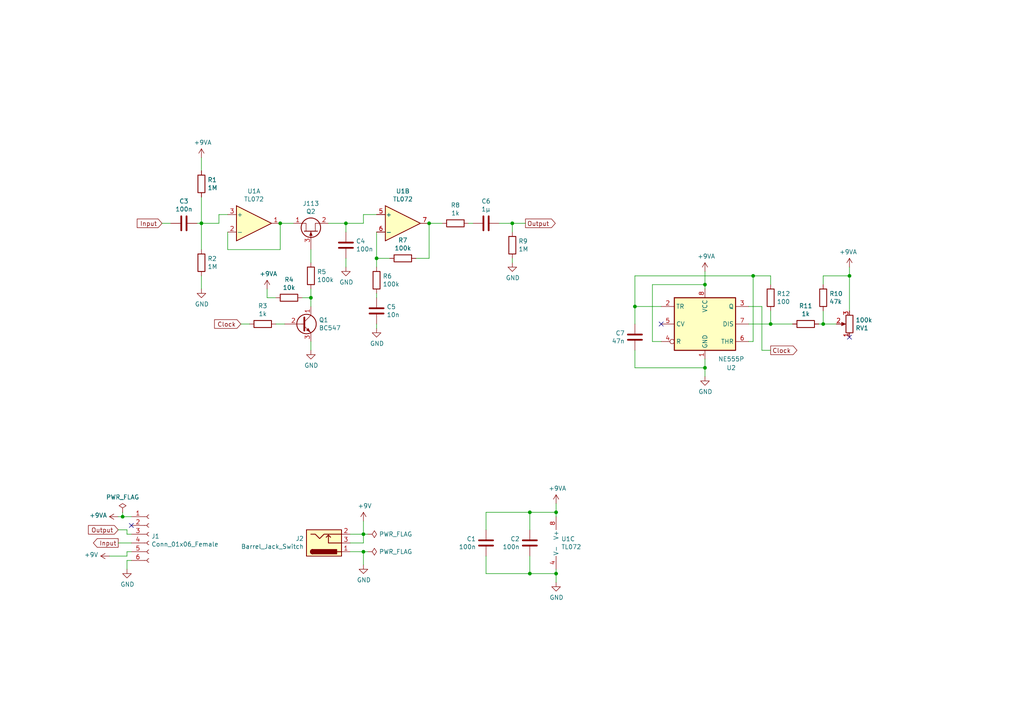
<source format=kicad_sch>
(kicad_sch (version 20211123) (generator eeschema)
  (paper "A4")
  (title_block (title "Aurora") (date "2020-10-04") (rev "r03") (company "Nuclear Lighthouse Studios") (comment 1 "CC BY-NC-SA"))
  (lib_symbols
    (symbol "Amplifier_Operational:TL072" (pin_names (offset 0.127))
      (property "Reference" "U" (at 0 5.08 0))
      (property "Value" "TL072" (at 0 -5.08 0))
      (symbol "TL072_1_1"
        (polyline (pts (xy -5.08 5.08) (xy 5.08 0) (xy -5.08 -5.08) (xy -5.08 5.08)) (stroke (width 0.254)) (fill (type background)))
        (pin output line (at 7.62 0 180) (length 2.54) (name "~") (number "1"))
        (pin input line (at -7.62 -2.54 0) (length 2.54) (name "-") (number "2"))
        (pin input line (at -7.62 2.54 0) (length 2.54) (name "+") (number "3"))
      )
      (symbol "TL072_2_1"
        (polyline (pts (xy -5.08 5.08) (xy 5.08 0) (xy -5.08 -5.08) (xy -5.08 5.08)) (stroke (width 0.254)) (fill (type background)))
        (pin input line (at -7.62 2.54 0) (length 2.54) (name "+") (number "5"))
        (pin input line (at -7.62 -2.54 0) (length 2.54) (name "-") (number "6"))
        (pin output line (at 7.62 0 180) (length 2.54) (name "~") (number "7"))
      )
      (symbol "TL072_3_1"
        (pin power_in line (at -2.54 -7.62 90) (length 3.81) (name "V-") (number "4"))
        (pin power_in line (at -2.54 7.62 270) (length 3.81) (name "V+") (number "8"))
      )
    )
    (symbol "Connector:Barrel_Jack_Switch" (pin_names hide)
      (property "Reference" "J" (at 0 5.334 0))
      (property "Value" "Barrel_Jack_Switch" (at 0 -5.08 0))
      (symbol "Barrel_Jack_Switch_0_1"
        (rectangle (start -5.08 3.81) (end 5.08 -3.81) (stroke (width 0.254)) (fill (type background)))
        (arc (start -3.302 3.175) (mid -3.937 2.54) (end -3.302 1.905) (stroke (width 0.254)))
        (arc (start -3.302 3.175) (mid -3.937 2.54) (end -3.302 1.905) (stroke (width 0.254)) (fill (type outline)))
        (polyline (pts (xy 1.27 -2.286) (xy 1.905 -1.651)) (stroke (width 0.254)))
        (polyline (pts (xy 5.08 2.54) (xy 3.81 2.54)) (stroke (width 0.254)))
        (polyline (pts (xy 5.08 0) (xy 1.27 0) (xy 1.27 -2.286) (xy 0.635 -1.651)) (stroke (width 0.254)))
        (polyline (pts (xy -3.81 -2.54) (xy -2.54 -2.54) (xy -1.27 -1.27) (xy 0 -2.54) (xy 2.54 -2.54) (xy 5.08 -2.54)) (stroke (width 0.254)))
        (rectangle (start 3.683 3.175) (end -3.302 1.905) (stroke (width 0.254)) (fill (type outline)))
      )
      (symbol "Barrel_Jack_Switch_1_1"
        (pin passive line (at 7.62 2.54 180) (length 2.54) (name "~") (number "1"))
        (pin passive line (at 7.62 -2.54 180) (length 2.54) (name "~") (number "2"))
        (pin passive line (at 7.62 0 180) (length 2.54) (name "~") (number "3"))
      )
    )
    (symbol "Connector:Conn_01x06_Female" (pin_names (offset 1.016) hide)
      (property "Reference" "J" (at 0 7.62 0))
      (property "Value" "Conn_01x06_Female" (at 0 -10.16 0))
      (symbol "Conn_01x06_Female_1_1"
        (arc (start 0 -7.112) (mid -0.508 -7.62) (end 0 -8.128) (stroke (width 0.1524)))
        (arc (start 0 -4.572) (mid -0.508 -5.08) (end 0 -5.588) (stroke (width 0.1524)))
        (arc (start 0 -2.032) (mid -0.508 -2.54) (end 0 -3.048) (stroke (width 0.1524)))
        (polyline (pts (xy -1.27 -7.62) (xy -0.508 -7.62)) (stroke (width 0.1524)))
        (polyline (pts (xy -1.27 -5.08) (xy -0.508 -5.08)) (stroke (width 0.1524)))
        (polyline (pts (xy -1.27 -2.54) (xy -0.508 -2.54)) (stroke (width 0.1524)))
        (polyline (pts (xy -1.27 0) (xy -0.508 0)) (stroke (width 0.1524)))
        (polyline (pts (xy -1.27 2.54) (xy -0.508 2.54)) (stroke (width 0.1524)))
        (polyline (pts (xy -1.27 5.08) (xy -0.508 5.08)) (stroke (width 0.1524)))
        (arc (start 0 0.508) (mid -0.508 0) (end 0 -0.508) (stroke (width 0.1524)))
        (arc (start 0 3.048) (mid -0.508 2.54) (end 0 2.032) (stroke (width 0.1524)))
        (arc (start 0 5.588) (mid -0.508 5.08) (end 0 4.572) (stroke (width 0.1524)))
        (pin passive line (at -5.08 5.08 0) (length 3.81) (name "Pin_1") (number "1"))
        (pin passive line (at -5.08 2.54 0) (length 3.81) (name "Pin_2") (number "2"))
        (pin passive line (at -5.08 0 0) (length 3.81) (name "Pin_3") (number "3"))
        (pin passive line (at -5.08 -2.54 0) (length 3.81) (name "Pin_4") (number "4"))
        (pin passive line (at -5.08 -5.08 0) (length 3.81) (name "Pin_5") (number "5"))
        (pin passive line (at -5.08 -7.62 0) (length 3.81) (name "Pin_6") (number "6"))
      )
    )
    (symbol "Device:C" (pin_numbers hide) (pin_names (offset 0.254))
      (property "Reference" "C" (at 0.635 2.54 0))
      (property "Value" "C" (at 0.635 -2.54 0))
      (symbol "C_0_1"
        (polyline (pts (xy -2.032 -0.762) (xy 2.032 -0.762)) (stroke (width 0.508)))
        (polyline (pts (xy -2.032 0.762) (xy 2.032 0.762)) (stroke (width 0.508)))
      )
      (symbol "C_1_1"
        (pin passive line (at 0 3.81 270) (length 2.794) (name "~") (number "1"))
        (pin passive line (at 0 -3.81 90) (length 2.794) (name "~") (number "2"))
      )
    )
    (symbol "Device:Q_NJFET_DSG" (pin_names (offset 0) hide)
      (property "Reference" "Q" (at 5.08 1.27 0))
      (property "Value" "Q_NJFET_DSG" (at 5.08 -1.27 0))
      (symbol "Q_NJFET_DSG_0_1"
        (polyline (pts (xy 0.254 1.905) (xy 0.254 -1.905) (xy 0.254 -1.905)) (stroke (width 0.254)))
        (polyline (pts (xy 2.54 -2.54) (xy 2.54 -1.27) (xy 0.254 -1.27)))
        (polyline (pts (xy 2.54 2.54) (xy 2.54 1.397) (xy 0.254 1.397)))
        (polyline (pts (xy 0 0) (xy -1.016 0.381) (xy -1.016 -0.381) (xy 0 0)) (fill (type outline)))
        (circle (center 1.27 0) (radius 2.8194) (stroke (width 0.254)))
      )
      (symbol "Q_NJFET_DSG_1_1"
        (pin passive line (at 2.54 5.08 270) (length 2.54) (name "D") (number "1"))
        (pin passive line (at 2.54 -5.08 90) (length 2.54) (name "S") (number "2"))
        (pin input line (at -5.08 0 0) (length 5.334) (name "G") (number "3"))
      )
    )
    (symbol "Device:R" (pin_numbers hide) (pin_names (offset 0))
      (property "Reference" "R" (at 2.032 0 90))
      (property "Value" "R" (at 0 0 90))
      (symbol "R_0_1"
        (rectangle (start -1.016 -2.54) (end 1.016 2.54) (stroke (width 0.254)))
      )
      (symbol "R_1_1"
        (pin passive line (at 0 3.81 270) (length 1.27) (name "~") (number "1"))
        (pin passive line (at 0 -3.81 90) (length 1.27) (name "~") (number "2"))
      )
    )
    (symbol "Device:R_Potentiometer" (pin_names (offset 1.016) hide)
      (property "Reference" "RV" (at -4.445 0 90))
      (property "Value" "R_Potentiometer" (at -2.54 0 90))
      (symbol "R_Potentiometer_0_1"
        (polyline (pts (xy 2.54 0) (xy 1.524 0)))
        (polyline (pts (xy 1.143 0) (xy 2.286 0.508) (xy 2.286 -0.508) (xy 1.143 0)) (fill (type outline)))
        (rectangle (start 1.016 2.54) (end -1.016 -2.54) (stroke (width 0.254)))
      )
      (symbol "R_Potentiometer_1_1"
        (pin passive line (at 0 3.81 270) (length 1.27) (name "1") (number "1"))
        (pin passive line (at 3.81 0 180) (length 1.27) (name "2") (number "2"))
        (pin passive line (at 0 -3.81 90) (length 1.27) (name "3") (number "3"))
      )
    )
    (symbol "Timer:NE555P"
      (property "Reference" "U" (at -10.16 8.89 0))
      (property "Value" "NE555P" (at 2.54 8.89 0))
      (symbol "NE555P_0_0"
        (pin power_in line (at 0 -10.16 90) (length 2.54) (name "GND") (number "1"))
        (pin power_in line (at 0 10.16 270) (length 2.54) (name "VCC") (number "8"))
      )
      (symbol "NE555P_0_1"
        (rectangle (start -8.89 -7.62) (end 8.89 7.62) (stroke (width 0.254)) (fill (type background)))
        (rectangle (start -8.89 -7.62) (end 8.89 7.62) (stroke (width 0.254)) (fill (type background)))
      )
      (symbol "NE555P_1_1"
        (pin input line (at -12.7 5.08 0) (length 3.81) (name "TR") (number "2"))
        (pin output line (at 12.7 5.08 180) (length 3.81) (name "Q") (number "3"))
        (pin input inverted (at -12.7 -5.08 0) (length 3.81) (name "R") (number "4"))
        (pin input line (at -12.7 0 0) (length 3.81) (name "CV") (number "5"))
        (pin input line (at 12.7 -5.08 180) (length 3.81) (name "THR") (number "6"))
        (pin input line (at 12.7 0 180) (length 3.81) (name "DIS") (number "7"))
      )
    )
    (symbol "Transistor_BJT:BC547" (pin_names (offset 0) hide)
      (property "Reference" "Q" (at 5.08 1.905 0))
      (property "Value" "BC547" (at 5.08 0 0))
      (symbol "BC547_0_1"
        (polyline (pts (xy 0 0) (xy 0.635 0)))
        (polyline (pts (xy 0.635 0.635) (xy 2.54 2.54)))
        (polyline (pts (xy 0.635 -0.635) (xy 2.54 -2.54) (xy 2.54 -2.54)))
        (polyline (pts (xy 0.635 1.905) (xy 0.635 -1.905) (xy 0.635 -1.905)) (stroke (width 0.508)))
        (polyline (pts (xy 1.27 -1.778) (xy 1.778 -1.27) (xy 2.286 -2.286) (xy 1.27 -1.778) (xy 1.27 -1.778)) (fill (type outline)))
        (circle (center 1.27 0) (radius 2.8194) (stroke (width 0.254)))
      )
      (symbol "BC547_1_1"
        (pin passive line (at 2.54 5.08 270) (length 2.54) (name "C") (number "1"))
        (pin input line (at -5.08 0 0) (length 5.08) (name "B") (number "2"))
        (pin passive line (at 2.54 -5.08 90) (length 2.54) (name "E") (number "3"))
      )
    )
    (symbol "power:+9V" (power) (pin_names (offset 0))
      (property "Value" "+9V" (at 0 3.556 0))
      (symbol "+9V_0_1"
        (polyline (pts (xy -0.762 1.27) (xy 0 2.54)))
        (polyline (pts (xy 0 0) (xy 0 2.54)))
        (polyline (pts (xy 0 2.54) (xy 0.762 1.27)))
      )
      (symbol "+9V_1_1"
        (pin power_in line (at 0 0 90) (length 0) hide (name "+9V") (number "1"))
      )
    )
    (symbol "power:+9VA" (power) (pin_names (offset 0))
      (property "Value" "+9VA" (at 0 3.81 0))
      (symbol "+9VA_0_1"
        (polyline (pts (xy -0.762 1.27) (xy 0 2.54)))
        (polyline (pts (xy 0 0) (xy 0 2.54)))
        (polyline (pts (xy 0 2.54) (xy 0.762 1.27)))
      )
      (symbol "+9VA_1_1"
        (pin power_in line (at 0 0 90) (length 0) hide (name "+9VA") (number "1"))
      )
    )
    (symbol "power:GND" (power) (pin_names (offset 0))
      (property "Value" "GND" (at 0 -3.81 0))
      (symbol "GND_0_1"
        (polyline (pts (xy 0 0) (xy 0 -1.27) (xy 1.27 -1.27) (xy 0 -2.54) (xy -1.27 -1.27) (xy 0 -1.27)))
      )
      (symbol "GND_1_1"
        (pin power_in line (at 0 0 270) (length 0) hide (name "GND") (number "1"))
      )
    )
    (symbol "power:PWR_FLAG" (power) (pin_numbers hide) (pin_names (offset 0) hide)
      (property "Value" "PWR_FLAG" (at 0 3.81 0))
      (symbol "PWR_FLAG_0_0"
        (pin power_out line (at 0 0 90) (length 0) (name "pwr") (number "1"))
      )
      (symbol "PWR_FLAG_0_1"
        (polyline (pts (xy 0 0) (xy 0 1.27) (xy -1.016 1.905) (xy 0 2.54) (xy 1.016 1.905) (xy 0 1.27)))
      )
    )
  )
  (junction (at 105.41 160.02))
  (junction (at 246.38 80.01))
  (junction (at 90.17 86.36))
  (junction (at 58.42 64.77))
  (junction (at 184.15 88.9))
  (junction (at 161.29 166.37))
  (junction (at 81.28 64.77))
  (junction (at 105.41 154.94))
  (junction (at 238.76 93.98))
  (junction (at 204.47 106.68))
  (junction (at 218.44 80.01))
  (junction (at 100.33 64.77))
  (junction (at 148.59 64.77))
  (junction (at 223.52 93.98))
  (junction (at 109.22 74.93))
  (junction (at 153.67 148.59))
  (junction (at 204.47 82.55))
  (junction (at 153.67 166.37))
  (junction (at 35.56 149.86))
  (junction (at 161.29 148.59))
  (junction (at 124.46 64.77))
  (no_connect (at 246.38 97.79))
  (no_connect (at 191.77 93.98))
  (no_connect (at 38.1 152.4))
  (wire (pts (xy 36.83 154.94) (xy 36.83 153.67)))
  (wire (pts (xy 34.29 149.86) (xy 35.56 149.86)))
  (wire (pts (xy 109.22 95.25) (xy 109.22 93.98)))
  (wire (pts (xy 217.17 93.98) (xy 223.52 93.98)))
  (wire (pts (xy 31.75 161.29) (xy 36.83 161.29)))
  (wire (pts (xy 184.15 106.68) (xy 204.47 106.68)))
  (wire (pts (xy 36.83 161.29) (xy 36.83 160.02)))
  (wire (pts (xy 63.5 62.23) (xy 66.04 62.23)))
  (wire (pts (xy 124.46 74.93) (xy 124.46 64.77)))
  (wire (pts (xy 135.89 64.77) (xy 137.16 64.77)))
  (wire (pts (xy 153.67 148.59) (xy 161.29 148.59)))
  (wire (pts (xy 58.42 64.77) (xy 63.5 64.77)))
  (wire (pts (xy 148.59 67.31) (xy 148.59 64.77)))
  (wire (pts (xy 184.15 93.98) (xy 184.15 88.9)))
  (wire (pts (xy 105.41 160.02) (xy 105.41 163.83)))
  (wire (pts (xy 90.17 86.36) (xy 90.17 88.9)))
  (wire (pts (xy 36.83 165.1) (xy 36.83 162.56)))
  (wire (pts (xy 80.01 93.98) (xy 82.55 93.98)))
  (wire (pts (xy 144.78 64.77) (xy 148.59 64.77)))
  (wire (pts (xy 191.77 99.06) (xy 189.23 99.06)))
  (wire (pts (xy 58.42 57.15) (xy 58.42 64.77)))
  (wire (pts (xy 140.97 153.67) (xy 140.97 148.59)))
  (wire (pts (xy 184.15 80.01) (xy 218.44 80.01)))
  (wire (pts (xy 36.83 160.02) (xy 38.1 160.02)))
  (wire (pts (xy 57.15 64.77) (xy 58.42 64.77)))
  (wire (pts (xy 109.22 85.09) (xy 109.22 86.36)))
  (wire (pts (xy 101.6 157.48) (xy 105.41 157.48)))
  (wire (pts (xy 140.97 148.59) (xy 153.67 148.59)))
  (wire (pts (xy 120.65 74.93) (xy 124.46 74.93)))
  (wire (pts (xy 105.41 160.02) (xy 106.68 160.02)))
  (wire (pts (xy 204.47 104.14) (xy 204.47 106.68)))
  (wire (pts (xy 35.56 149.86) (xy 38.1 149.86)))
  (wire (pts (xy 90.17 72.39) (xy 90.17 76.2)))
  (wire (pts (xy 95.25 64.77) (xy 100.33 64.77)))
  (wire (pts (xy 105.41 64.77) (xy 105.41 62.23)))
  (wire (pts (xy 35.56 149.86) (xy 35.56 148.59)))
  (wire (pts (xy 217.17 99.06) (xy 218.44 99.06)))
  (wire (pts (xy 140.97 166.37) (xy 153.67 166.37)))
  (wire (pts (xy 36.83 162.56) (xy 38.1 162.56)))
  (wire (pts (xy 36.83 153.67) (xy 34.29 153.67)))
  (wire (pts (xy 161.29 148.59) (xy 161.29 149.86)))
  (wire (pts (xy 80.01 86.36) (xy 77.47 86.36)))
  (wire (pts (xy 153.67 153.67) (xy 153.67 148.59)))
  (wire (pts (xy 184.15 80.01) (xy 184.15 88.9)))
  (wire (pts (xy 161.29 166.37) (xy 161.29 165.1)))
  (wire (pts (xy 81.28 72.39) (xy 81.28 64.77)))
  (wire (pts (xy 77.47 86.36) (xy 77.47 83.82)))
  (wire (pts (xy 153.67 161.29) (xy 153.67 166.37)))
  (wire (pts (xy 148.59 64.77) (xy 152.4 64.77)))
  (wire (pts (xy 105.41 154.94) (xy 106.68 154.94)))
  (wire (pts (xy 223.52 82.55) (xy 223.52 80.01)))
  (wire (pts (xy 218.44 80.01) (xy 223.52 80.01)))
  (wire (pts (xy 58.42 72.39) (xy 58.42 64.77)))
  (wire (pts (xy 105.41 157.48) (xy 105.41 154.94)))
  (wire (pts (xy 161.29 168.91) (xy 161.29 166.37)))
  (wire (pts (xy 100.33 77.47) (xy 100.33 74.93)))
  (wire (pts (xy 218.44 99.06) (xy 218.44 80.01)))
  (wire (pts (xy 204.47 82.55) (xy 204.47 83.82)))
  (wire (pts (xy 109.22 74.93) (xy 109.22 77.47)))
  (wire (pts (xy 66.04 67.31) (xy 66.04 72.39)))
  (wire (pts (xy 63.5 64.77) (xy 63.5 62.23)))
  (wire (pts (xy 105.41 62.23) (xy 109.22 62.23)))
  (wire (pts (xy 58.42 80.01) (xy 58.42 83.82)))
  (wire (pts (xy 66.04 72.39) (xy 81.28 72.39)))
  (wire (pts (xy 101.6 160.02) (xy 105.41 160.02)))
  (wire (pts (xy 90.17 83.82) (xy 90.17 86.36)))
  (wire (pts (xy 58.42 45.72) (xy 58.42 49.53)))
  (wire (pts (xy 204.47 106.68) (xy 204.47 109.22)))
  (wire (pts (xy 148.59 76.2) (xy 148.59 74.93)))
  (wire (pts (xy 105.41 151.13) (xy 105.41 154.94)))
  (wire (pts (xy 113.03 74.93) (xy 109.22 74.93)))
  (wire (pts (xy 100.33 64.77) (xy 105.41 64.77)))
  (wire (pts (xy 238.76 82.55) (xy 238.76 80.01)))
  (wire (pts (xy 223.52 93.98) (xy 223.52 90.17)))
  (wire (pts (xy 81.28 64.77) (xy 85.09 64.77)))
  (wire (pts (xy 223.52 93.98) (xy 229.87 93.98)))
  (wire (pts (xy 220.98 88.9) (xy 217.17 88.9)))
  (wire (pts (xy 184.15 101.6) (xy 184.15 106.68)))
  (wire (pts (xy 101.6 154.94) (xy 105.41 154.94)))
  (wire (pts (xy 242.57 93.98) (xy 238.76 93.98)))
  (wire (pts (xy 220.98 88.9) (xy 220.98 101.6)))
  (wire (pts (xy 189.23 99.06) (xy 189.23 82.55)))
  (wire (pts (xy 220.98 101.6) (xy 223.52 101.6)))
  (wire (pts (xy 246.38 77.47) (xy 246.38 80.01)))
  (wire (pts (xy 100.33 64.77) (xy 100.33 67.31)))
  (wire (pts (xy 38.1 154.94) (xy 36.83 154.94)))
  (wire (pts (xy 140.97 161.29) (xy 140.97 166.37)))
  (wire (pts (xy 34.29 157.48) (xy 38.1 157.48)))
  (wire (pts (xy 238.76 93.98) (xy 237.49 93.98)))
  (wire (pts (xy 161.29 146.05) (xy 161.29 148.59)))
  (wire (pts (xy 109.22 74.93) (xy 109.22 67.31)))
  (wire (pts (xy 246.38 80.01) (xy 246.38 90.17)))
  (wire (pts (xy 238.76 80.01) (xy 246.38 80.01)))
  (wire (pts (xy 87.63 86.36) (xy 90.17 86.36)))
  (wire (pts (xy 69.85 93.98) (xy 72.39 93.98)))
  (wire (pts (xy 90.17 99.06) (xy 90.17 101.6)))
  (wire (pts (xy 124.46 64.77) (xy 128.27 64.77)))
  (wire (pts (xy 189.23 82.55) (xy 204.47 82.55)))
  (wire (pts (xy 153.67 166.37) (xy 161.29 166.37)))
  (wire (pts (xy 184.15 88.9) (xy 191.77 88.9)))
  (wire (pts (xy 204.47 78.74) (xy 204.47 82.55)))
  (wire (pts (xy 46.99 64.77) (xy 49.53 64.77)))
  (wire (pts (xy 238.76 93.98) (xy 238.76 90.17)))
  (global_label "Clock" (shape input) (at 69.85 93.98 180) (property "Intersheet References" "${INTERSHEET_REFS}" (effects hide)))
  (global_label "Clock" (shape output) (at 223.52 101.6 0) (property "Intersheet References" "${INTERSHEET_REFS}" (effects hide)))
  (global_label "Input" (shape output) (at 34.29 157.48 180) (property "Intersheet References" "${INTERSHEET_REFS}" (effects hide)))
  (global_label "Output" (shape output) (at 152.4 64.77 0) (property "Intersheet References" "${INTERSHEET_REFS}" (effects hide)))
  (global_label "Input" (shape input) (at 46.99 64.77 180) (property "Intersheet References" "${INTERSHEET_REFS}" (effects hide)))
  (global_label "Output" (shape input) (at 34.29 153.67 180) (property "Intersheet References" "${INTERSHEET_REFS}" (effects hide)))
  (symbol (lib_id "Connector:Barrel_Jack_Switch") (at 93.98 157.48 0) (mirror x) (unit 1)
    (property "Reference" "J2" (at 88.138 156.21 0) (effects (justify right)))
    (property "Value" "Barrel_Jack_Switch" (at 88.138 158.5214 0) (effects (justify right)))
    (property "Footprint" "NLS:BarrelJack_Horizontal_Short" (effects hide))
  )
  (symbol (lib_id "power:GND") (at 105.41 163.83 0) (unit 1)
    (property "Reference" "#PWR05" (effects hide))
    (property "Value" "GND" (at 105.537 168.2242 0))
  )
  (symbol (lib_id "power:+9V") (at 105.41 151.13 0) (unit 1)
    (property "Reference" "#PWR04" (effects hide))
    (property "Value" "+9V" (at 105.791 146.7358 0))
  )
  (symbol (lib_id "Connector:Conn_01x06_Female") (at 43.18 154.94 0) (unit 1)
    (property "Reference" "J1" (at 43.8912 155.5496 0) (effects (justify left)))
    (property "Value" "Conn_01x06_Female" (at 43.8912 157.861 0) (effects (justify left)))
    (property "Footprint" "Connector_PinHeader_2.54mm:PinHeader_1x06_P2.54mm_Vertical" (effects hide))
  )
  (symbol (lib_id "power:+9VA") (at 34.29 149.86 90) (unit 1)
    (property "Reference" "#PWR02" (effects hide))
    (property "Value" "+9VA" (at 31.0642 149.479 90) (effects (justify left)))
  )
  (symbol (lib_id "power:+9V") (at 31.75 161.29 90) (unit 1)
    (property "Reference" "#PWR01" (effects hide))
    (property "Value" "+9V" (at 28.4988 160.909 90) (effects (justify left)))
  )
  (symbol (lib_id "power:GND") (at 36.83 165.1 0) (unit 1)
    (property "Reference" "#PWR03" (effects hide))
    (property "Value" "GND" (at 36.957 169.4942 0))
  )
  (symbol (lib_id "power:PWR_FLAG") (at 106.68 154.94 270) (unit 1)
    (property "Reference" "#FLG02" (effects hide))
    (property "Value" "PWR_FLAG" (at 109.9312 154.94 90) (effects (justify left)))
  )
  (symbol (lib_id "power:PWR_FLAG") (at 106.68 160.02 270) (unit 1)
    (property "Reference" "#FLG03" (effects hide))
    (property "Value" "PWR_FLAG" (at 109.9312 160.02 90) (effects (justify left)))
  )
  (symbol (lib_id "power:PWR_FLAG") (at 35.56 148.59 0) (unit 1)
    (property "Reference" "#FLG01" (effects hide))
    (property "Value" "PWR_FLAG" (at 35.56 144.1958 0))
  )
  (symbol (lib_id "Amplifier_Operational:TL072") (at 163.83 157.48 0) (unit 3)
    (property "Reference" "U1" (at 162.7632 156.3116 0) (effects (justify left)))
    (property "Value" "TL072" (at 162.7632 158.623 0) (effects (justify left)))
    (property "Footprint" "Package_DIP:DIP-8_W7.62mm_Socket" (effects hide))
    (property "Datasheet" "http://www.ti.com/lit/ds/symlink/tl071.pdf" (effects hide))
  )
  (symbol (lib_id "power:+9VA") (at 161.29 146.05 0) (unit 1)
    (property "Reference" "#PWR06" (effects hide))
    (property "Value" "+9VA" (at 161.671 141.6558 0))
  )
  (symbol (lib_id "power:GND") (at 161.29 168.91 0) (unit 1)
    (property "Reference" "#PWR07" (effects hide))
    (property "Value" "GND" (at 161.417 173.3042 0))
  )
  (symbol (lib_id "Device:C") (at 153.67 157.48 0) (unit 1)
    (property "Reference" "C2" (at 150.749 156.3116 0) (effects (justify right)))
    (property "Value" "100n" (at 150.749 158.623 0) (effects (justify right)))
    (property "Footprint" "Capacitor_THT:C_Disc_D4.3mm_W1.9mm_P5.00mm" (effects hide))
  )
  (symbol (lib_id "Device:C") (at 140.97 157.48 0) (unit 1)
    (property "Reference" "C1" (at 138.049 156.3116 0) (effects (justify right)))
    (property "Value" "100n" (at 138.049 158.623 0) (effects (justify right)))
    (property "Footprint" "Capacitor_THT:C_Disc_D4.3mm_W1.9mm_P5.00mm" (effects hide))
  )
  (symbol (lib_id "Device:Q_NJFET_DSG") (at 90.17 67.31 90) (unit 1)
    (property "Reference" "Q2" (at 90.17 61.341 90))
    (property "Value" "J113" (at 90.17 59.0296 90))
    (property "Footprint" "Package_TO_SOT_THT:TO-92_Wide" (effects hide))
  )
  (symbol (lib_id "Device:C") (at 100.33 71.12 0) (unit 1)
    (property "Reference" "C4" (at 103.251 69.9516 0) (effects (justify left)))
    (property "Value" "100n" (at 103.251 72.263 0) (effects (justify left)))
    (property "Footprint" "Capacitor_THT:C_Rect_L7.2mm_W2.5mm_P5.00mm_FKS2_FKP2_MKS2_MKP2" (effects hide))
  )
  (symbol (lib_id "Amplifier_Operational:TL072") (at 116.84 64.77 0) (unit 2)
    (property "Reference" "U1" (at 116.84 55.4482 0))
    (property "Value" "TL072" (at 116.84 57.7596 0))
    (property "Footprint" "Package_DIP:DIP-8_W7.62mm_Socket" (effects hide))
    (property "Datasheet" "http://www.ti.com/lit/ds/symlink/tl071.pdf" (effects hide))
  )
  (symbol (lib_id "power:GND") (at 100.33 77.47 0) (unit 1)
    (property "Reference" "#PWR012" (effects hide))
    (property "Value" "GND" (at 100.457 81.8642 0))
  )
  (symbol (lib_id "Amplifier_Operational:TL072") (at 73.66 64.77 0) (unit 1)
    (property "Reference" "U1" (at 73.66 55.4482 0))
    (property "Value" "TL072" (at 73.66 57.7596 0))
    (property "Footprint" "Package_DIP:DIP-8_W7.62mm_Socket" (effects hide))
    (property "Datasheet" "http://www.ti.com/lit/ds/symlink/tl071.pdf" (effects hide))
  )
  (symbol (lib_id "Transistor_BJT:BC547") (at 87.63 93.98 0) (unit 1)
    (property "Reference" "Q1" (at 92.4814 92.8116 0) (effects (justify left)))
    (property "Value" "BC547" (at 92.4814 95.123 0) (effects (justify left)))
    (property "Footprint" "Package_TO_SOT_THT:TO-92_Wide" (effects hide))
    (property "Datasheet" "http://www.fairchildsemi.com/ds/BC/BC547.pdf" (effects hide))
  )
  (symbol (lib_id "Device:R") (at 116.84 74.93 270) (unit 1)
    (property "Reference" "R7" (at 116.84 69.6722 90))
    (property "Value" "100k" (at 116.84 71.9836 90))
    (property "Footprint" "Resistor_THT:R_Axial_DIN0207_L6.3mm_D2.5mm_P2.54mm_Vertical" (effects hide))
  )
  (symbol (lib_id "Device:R") (at 109.22 81.28 180) (unit 1)
    (property "Reference" "R6" (at 110.998 80.1116 0) (effects (justify right)))
    (property "Value" "100k" (at 110.998 82.423 0) (effects (justify right)))
    (property "Footprint" "Resistor_THT:R_Axial_DIN0207_L6.3mm_D2.5mm_P2.54mm_Vertical" (effects hide))
  )
  (symbol (lib_id "Device:C") (at 109.22 90.17 0) (unit 1)
    (property "Reference" "C5" (at 112.141 89.0016 0) (effects (justify left)))
    (property "Value" "10n" (at 112.141 91.313 0) (effects (justify left)))
    (property "Footprint" "Capacitor_THT:C_Rect_L7.2mm_W2.5mm_P5.00mm_FKS2_FKP2_MKS2_MKP2" (effects hide))
  )
  (symbol (lib_id "power:GND") (at 109.22 95.25 0) (unit 1)
    (property "Reference" "#PWR013" (effects hide))
    (property "Value" "GND" (at 109.347 99.6442 0))
  )
  (symbol (lib_id "Device:C") (at 53.34 64.77 270) (unit 1)
    (property "Reference" "C3" (at 53.34 58.3692 90))
    (property "Value" "100n" (at 53.34 60.6806 90))
    (property "Footprint" "Capacitor_THT:C_Rect_L7.2mm_W2.5mm_P5.00mm_FKS2_FKP2_MKS2_MKP2" (effects hide))
  )
  (symbol (lib_id "Device:R") (at 58.42 53.34 180) (unit 1)
    (property "Reference" "R1" (at 60.198 52.1716 0) (effects (justify right)))
    (property "Value" "1M" (at 60.198 54.483 0) (effects (justify right)))
    (property "Footprint" "Resistor_THT:R_Axial_DIN0207_L6.3mm_D2.5mm_P2.54mm_Vertical" (effects hide))
  )
  (symbol (lib_id "Device:R") (at 58.42 76.2 180) (unit 1)
    (property "Reference" "R2" (at 60.198 75.0316 0) (effects (justify right)))
    (property "Value" "1M" (at 60.198 77.343 0) (effects (justify right)))
    (property "Footprint" "Resistor_THT:R_Axial_DIN0207_L6.3mm_D2.5mm_P2.54mm_Vertical" (effects hide))
  )
  (symbol (lib_id "power:GND") (at 58.42 83.82 0) (unit 1)
    (property "Reference" "#PWR09" (effects hide))
    (property "Value" "GND" (at 58.547 88.2142 0))
  )
  (symbol (lib_id "Device:C") (at 140.97 64.77 270) (unit 1)
    (property "Reference" "C6" (at 140.97 58.3692 90))
    (property "Value" "1µ" (at 140.97 60.6806 90))
    (property "Footprint" "Capacitor_THT:C_Rect_L7.2mm_W4.5mm_P5.00mm_FKS2_FKP2_MKS2_MKP2" (effects hide))
  )
  (symbol (lib_id "Device:R_Potentiometer") (at 246.38 93.98 180) (unit 1)
    (property "Reference" "RV1" (at 248.1326 95.1484 0) (effects (justify right)))
    (property "Value" "100k" (at 248.1326 92.837 0) (effects (justify right)))
    (property "Footprint" "Potentiometer_THT:Potentiometer_Alps_RK09K_Single_Vertical" (effects hide))
  )
  (symbol (lib_id "power:+9VA") (at 58.42 45.72 0) (unit 1)
    (property "Reference" "#PWR08" (effects hide))
    (property "Value" "+9VA" (at 58.801 41.3258 0))
  )
  (symbol (lib_id "Device:R") (at 132.08 64.77 270) (unit 1)
    (property "Reference" "R8" (at 132.08 59.5122 90))
    (property "Value" "1k" (at 132.08 61.8236 90))
    (property "Footprint" "Resistor_THT:R_Axial_DIN0207_L6.3mm_D2.5mm_P2.54mm_Vertical" (effects hide))
  )
  (symbol (lib_id "Device:R") (at 90.17 80.01 180) (unit 1)
    (property "Reference" "R5" (at 91.948 78.8416 0) (effects (justify right)))
    (property "Value" "100k" (at 91.948 81.153 0) (effects (justify right)))
    (property "Footprint" "Resistor_THT:R_Axial_DIN0207_L6.3mm_D2.5mm_P2.54mm_Vertical" (effects hide))
  )
  (symbol (lib_id "power:+9VA") (at 77.47 83.82 0) (unit 1)
    (property "Reference" "#PWR010" (effects hide))
    (property "Value" "+9VA" (at 77.851 79.4258 0))
  )
  (symbol (lib_id "Device:R") (at 83.82 86.36 90) (unit 1)
    (property "Reference" "R4" (at 83.82 81.1022 90))
    (property "Value" "10k" (at 83.82 83.4136 90))
    (property "Footprint" "Resistor_THT:R_Axial_DIN0207_L6.3mm_D2.5mm_P2.54mm_Vertical" (effects hide))
  )
  (symbol (lib_id "power:GND") (at 90.17 101.6 0) (unit 1)
    (property "Reference" "#PWR011" (effects hide))
    (property "Value" "GND" (at 90.297 105.9942 0))
  )
  (symbol (lib_id "Timer:NE555P") (at 204.47 93.98 0) (unit 1)
    (property "Reference" "U2" (at 212.09 106.68 0))
    (property "Value" "NE555P" (at 212.09 104.14 0))
    (property "Footprint" "Package_DIP:DIP-8_W7.62mm_Socket" (effects hide))
    (property "Datasheet" "http://www.ti.com/lit/ds/symlink/ne555.pdf" (effects hide))
  )
  (symbol (lib_id "power:+9VA") (at 204.47 78.74 0) (unit 1)
    (property "Reference" "#PWR015" (effects hide))
    (property "Value" "+9VA" (at 204.851 74.3458 0))
  )
  (symbol (lib_id "Device:C") (at 184.15 97.79 0) (unit 1)
    (property "Reference" "C7" (at 181.229 96.6216 0) (effects (justify right)))
    (property "Value" "47n" (at 181.229 98.933 0) (effects (justify right)))
    (property "Footprint" "Capacitor_THT:C_Rect_L7.2mm_W2.5mm_P5.00mm_FKS2_FKP2_MKS2_MKP2" (effects hide))
  )
  (symbol (lib_id "Device:R") (at 76.2 93.98 270) (unit 1)
    (property "Reference" "R3" (at 76.2 88.7222 90))
    (property "Value" "1k" (at 76.2 91.0336 90))
    (property "Footprint" "Resistor_THT:R_Axial_DIN0207_L6.3mm_D2.5mm_P2.54mm_Vertical" (effects hide))
  )
  (symbol (lib_id "Device:R") (at 233.68 93.98 90) (unit 1)
    (property "Reference" "R11" (at 233.68 88.7222 90))
    (property "Value" "1k" (at 233.68 91.0336 90))
    (property "Footprint" "Resistor_THT:R_Axial_DIN0207_L6.3mm_D2.5mm_P7.62mm_Horizontal" (effects hide))
  )
  (symbol (lib_id "Device:R") (at 238.76 86.36 0) (unit 1)
    (property "Reference" "R10" (at 240.538 85.1916 0) (effects (justify left)))
    (property "Value" "47k" (at 240.538 87.503 0) (effects (justify left)))
    (property "Footprint" "Resistor_THT:R_Axial_DIN0207_L6.3mm_D2.5mm_P7.62mm_Horizontal" (effects hide))
  )
  (symbol (lib_id "power:+9VA") (at 246.38 77.47 0) (mirror y) (unit 1)
    (property "Reference" "#PWR014" (effects hide))
    (property "Value" "+9VA" (at 245.999 73.0758 0))
  )
  (symbol (lib_id "power:GND") (at 204.47 109.22 0) (unit 1)
    (property "Reference" "#PWR016" (effects hide))
    (property "Value" "GND" (at 204.597 113.6142 0))
  )
  (symbol (lib_id "Device:R") (at 223.52 86.36 0) (unit 1)
    (property "Reference" "R12" (at 225.298 85.1916 0) (effects (justify left)))
    (property "Value" "100" (at 225.298 87.503 0) (effects (justify left)))
    (property "Footprint" "Resistor_THT:R_Axial_DIN0207_L6.3mm_D2.5mm_P7.62mm_Horizontal" (effects hide))
  )
  (symbol (lib_id "Device:R") (at 148.59 71.12 0) (unit 1)
    (property "Reference" "R9" (at 150.368 69.9516 0) (effects (justify left)))
    (property "Value" "1M" (at 150.368 72.263 0) (effects (justify left)))
    (property "Footprint" "Resistor_THT:R_Axial_DIN0207_L6.3mm_D2.5mm_P2.54mm_Vertical" (effects hide))
  )
  (symbol (lib_id "power:GND") (at 148.59 76.2 0) (unit 1)
    (property "Reference" "#PWR0101" (effects hide))
    (property "Value" "GND" (at 148.717 80.5942 0))
  )
)
</source>
